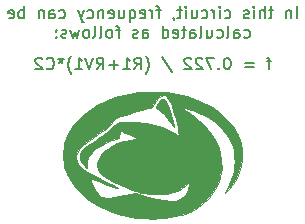
<source format=gbr>
%TF.GenerationSoftware,KiCad,Pcbnew,(5.1.9)-1*%
%TF.CreationDate,2021-08-17T19:58:34-04:00*%
%TF.ProjectId,555-Timer-Soldering-Demo,3535352d-5469-46d6-9572-2d536f6c6465,rev?*%
%TF.SameCoordinates,Original*%
%TF.FileFunction,Legend,Bot*%
%TF.FilePolarity,Positive*%
%FSLAX46Y46*%
G04 Gerber Fmt 4.6, Leading zero omitted, Abs format (unit mm)*
G04 Created by KiCad (PCBNEW (5.1.9)-1) date 2021-08-17 19:58:34*
%MOMM*%
%LPD*%
G01*
G04 APERTURE LIST*
%ADD10C,0.150000*%
%ADD11C,0.010000*%
G04 APERTURE END LIST*
D10*
X146773809Y-58785714D02*
X146392857Y-58785714D01*
X146630952Y-59452380D02*
X146630952Y-58595238D01*
X146583333Y-58500000D01*
X146488095Y-58452380D01*
X146392857Y-58452380D01*
X145297619Y-58928571D02*
X144535714Y-58928571D01*
X144535714Y-59214285D02*
X145297619Y-59214285D01*
X143107142Y-58452380D02*
X143011904Y-58452380D01*
X142916666Y-58500000D01*
X142869047Y-58547619D01*
X142821428Y-58642857D01*
X142773809Y-58833333D01*
X142773809Y-59071428D01*
X142821428Y-59261904D01*
X142869047Y-59357142D01*
X142916666Y-59404761D01*
X143011904Y-59452380D01*
X143107142Y-59452380D01*
X143202380Y-59404761D01*
X143250000Y-59357142D01*
X143297619Y-59261904D01*
X143345238Y-59071428D01*
X143345238Y-58833333D01*
X143297619Y-58642857D01*
X143250000Y-58547619D01*
X143202380Y-58500000D01*
X143107142Y-58452380D01*
X142345238Y-59357142D02*
X142297619Y-59404761D01*
X142345238Y-59452380D01*
X142392857Y-59404761D01*
X142345238Y-59357142D01*
X142345238Y-59452380D01*
X141964285Y-58452380D02*
X141297619Y-58452380D01*
X141726190Y-59452380D01*
X140964285Y-58547619D02*
X140916666Y-58500000D01*
X140821428Y-58452380D01*
X140583333Y-58452380D01*
X140488095Y-58500000D01*
X140440476Y-58547619D01*
X140392857Y-58642857D01*
X140392857Y-58738095D01*
X140440476Y-58880952D01*
X141011904Y-59452380D01*
X140392857Y-59452380D01*
X140011904Y-58547619D02*
X139964285Y-58500000D01*
X139869047Y-58452380D01*
X139630952Y-58452380D01*
X139535714Y-58500000D01*
X139488095Y-58547619D01*
X139440476Y-58642857D01*
X139440476Y-58738095D01*
X139488095Y-58880952D01*
X140059523Y-59452380D01*
X139440476Y-59452380D01*
X137535714Y-58404761D02*
X138392857Y-59690476D01*
X136154761Y-59833333D02*
X136202380Y-59785714D01*
X136297619Y-59642857D01*
X136345238Y-59547619D01*
X136392857Y-59404761D01*
X136440476Y-59166666D01*
X136440476Y-58976190D01*
X136392857Y-58738095D01*
X136345238Y-58595238D01*
X136297619Y-58500000D01*
X136202380Y-58357142D01*
X136154761Y-58309523D01*
X135202380Y-59452380D02*
X135535714Y-58976190D01*
X135773809Y-59452380D02*
X135773809Y-58452380D01*
X135392857Y-58452380D01*
X135297619Y-58500000D01*
X135250000Y-58547619D01*
X135202380Y-58642857D01*
X135202380Y-58785714D01*
X135250000Y-58880952D01*
X135297619Y-58928571D01*
X135392857Y-58976190D01*
X135773809Y-58976190D01*
X134250000Y-59452380D02*
X134821428Y-59452380D01*
X134535714Y-59452380D02*
X134535714Y-58452380D01*
X134630952Y-58595238D01*
X134726190Y-58690476D01*
X134821428Y-58738095D01*
X133821428Y-59071428D02*
X133059523Y-59071428D01*
X133440476Y-59452380D02*
X133440476Y-58690476D01*
X132011904Y-59452380D02*
X132345238Y-58976190D01*
X132583333Y-59452380D02*
X132583333Y-58452380D01*
X132202380Y-58452380D01*
X132107142Y-58500000D01*
X132059523Y-58547619D01*
X132011904Y-58642857D01*
X132011904Y-58785714D01*
X132059523Y-58880952D01*
X132107142Y-58928571D01*
X132202380Y-58976190D01*
X132583333Y-58976190D01*
X131726190Y-58452380D02*
X131392857Y-59452380D01*
X131059523Y-58452380D01*
X130202380Y-59452380D02*
X130773809Y-59452380D01*
X130488095Y-59452380D02*
X130488095Y-58452380D01*
X130583333Y-58595238D01*
X130678571Y-58690476D01*
X130773809Y-58738095D01*
X129869047Y-59833333D02*
X129821428Y-59785714D01*
X129726190Y-59642857D01*
X129678571Y-59547619D01*
X129630952Y-59404761D01*
X129583333Y-59166666D01*
X129583333Y-58976190D01*
X129630952Y-58738095D01*
X129678571Y-58595238D01*
X129726190Y-58500000D01*
X129821428Y-58357142D01*
X129869047Y-58309523D01*
X128964285Y-58452380D02*
X128964285Y-58690476D01*
X129202380Y-58595238D02*
X128964285Y-58690476D01*
X128726190Y-58595238D01*
X129107142Y-58880952D02*
X128964285Y-58690476D01*
X128821428Y-58880952D01*
X127773809Y-59357142D02*
X127821428Y-59404761D01*
X127964285Y-59452380D01*
X128059523Y-59452380D01*
X128202380Y-59404761D01*
X128297619Y-59309523D01*
X128345238Y-59214285D01*
X128392857Y-59023809D01*
X128392857Y-58880952D01*
X128345238Y-58690476D01*
X128297619Y-58595238D01*
X128202380Y-58500000D01*
X128059523Y-58452380D01*
X127964285Y-58452380D01*
X127821428Y-58500000D01*
X127773809Y-58547619D01*
X127392857Y-58547619D02*
X127345238Y-58500000D01*
X127250000Y-58452380D01*
X127011904Y-58452380D01*
X126916666Y-58500000D01*
X126869047Y-58547619D01*
X126821428Y-58642857D01*
X126821428Y-58738095D01*
X126869047Y-58880952D01*
X127440476Y-59452380D01*
X126821428Y-59452380D01*
X148940476Y-55127380D02*
X148940476Y-54127380D01*
X148464285Y-54460714D02*
X148464285Y-55127380D01*
X148464285Y-54555952D02*
X148416666Y-54508333D01*
X148321428Y-54460714D01*
X148178571Y-54460714D01*
X148083333Y-54508333D01*
X148035714Y-54603571D01*
X148035714Y-55127380D01*
X146940476Y-54460714D02*
X146559523Y-54460714D01*
X146797619Y-54127380D02*
X146797619Y-54984523D01*
X146750000Y-55079761D01*
X146654761Y-55127380D01*
X146559523Y-55127380D01*
X146226190Y-55127380D02*
X146226190Y-54127380D01*
X145797619Y-55127380D02*
X145797619Y-54603571D01*
X145845238Y-54508333D01*
X145940476Y-54460714D01*
X146083333Y-54460714D01*
X146178571Y-54508333D01*
X146226190Y-54555952D01*
X145321428Y-55127380D02*
X145321428Y-54460714D01*
X145321428Y-54127380D02*
X145369047Y-54175000D01*
X145321428Y-54222619D01*
X145273809Y-54175000D01*
X145321428Y-54127380D01*
X145321428Y-54222619D01*
X144892857Y-55079761D02*
X144797619Y-55127380D01*
X144607142Y-55127380D01*
X144511904Y-55079761D01*
X144464285Y-54984523D01*
X144464285Y-54936904D01*
X144511904Y-54841666D01*
X144607142Y-54794047D01*
X144750000Y-54794047D01*
X144845238Y-54746428D01*
X144892857Y-54651190D01*
X144892857Y-54603571D01*
X144845238Y-54508333D01*
X144750000Y-54460714D01*
X144607142Y-54460714D01*
X144511904Y-54508333D01*
X142845238Y-55079761D02*
X142940476Y-55127380D01*
X143130952Y-55127380D01*
X143226190Y-55079761D01*
X143273809Y-55032142D01*
X143321428Y-54936904D01*
X143321428Y-54651190D01*
X143273809Y-54555952D01*
X143226190Y-54508333D01*
X143130952Y-54460714D01*
X142940476Y-54460714D01*
X142845238Y-54508333D01*
X142416666Y-55127380D02*
X142416666Y-54460714D01*
X142416666Y-54127380D02*
X142464285Y-54175000D01*
X142416666Y-54222619D01*
X142369047Y-54175000D01*
X142416666Y-54127380D01*
X142416666Y-54222619D01*
X141940476Y-55127380D02*
X141940476Y-54460714D01*
X141940476Y-54651190D02*
X141892857Y-54555952D01*
X141845238Y-54508333D01*
X141750000Y-54460714D01*
X141654761Y-54460714D01*
X140892857Y-55079761D02*
X140988095Y-55127380D01*
X141178571Y-55127380D01*
X141273809Y-55079761D01*
X141321428Y-55032142D01*
X141369047Y-54936904D01*
X141369047Y-54651190D01*
X141321428Y-54555952D01*
X141273809Y-54508333D01*
X141178571Y-54460714D01*
X140988095Y-54460714D01*
X140892857Y-54508333D01*
X140035714Y-54460714D02*
X140035714Y-55127380D01*
X140464285Y-54460714D02*
X140464285Y-54984523D01*
X140416666Y-55079761D01*
X140321428Y-55127380D01*
X140178571Y-55127380D01*
X140083333Y-55079761D01*
X140035714Y-55032142D01*
X139559523Y-55127380D02*
X139559523Y-54460714D01*
X139559523Y-54127380D02*
X139607142Y-54175000D01*
X139559523Y-54222619D01*
X139511904Y-54175000D01*
X139559523Y-54127380D01*
X139559523Y-54222619D01*
X139226190Y-54460714D02*
X138845238Y-54460714D01*
X139083333Y-54127380D02*
X139083333Y-54984523D01*
X139035714Y-55079761D01*
X138940476Y-55127380D01*
X138845238Y-55127380D01*
X138464285Y-55079761D02*
X138464285Y-55127380D01*
X138511904Y-55222619D01*
X138559523Y-55270238D01*
X137416666Y-54460714D02*
X137035714Y-54460714D01*
X137273809Y-55127380D02*
X137273809Y-54270238D01*
X137226190Y-54175000D01*
X137130952Y-54127380D01*
X137035714Y-54127380D01*
X136702380Y-55127380D02*
X136702380Y-54460714D01*
X136702380Y-54651190D02*
X136654761Y-54555952D01*
X136607142Y-54508333D01*
X136511904Y-54460714D01*
X136416666Y-54460714D01*
X135702380Y-55079761D02*
X135797619Y-55127380D01*
X135988095Y-55127380D01*
X136083333Y-55079761D01*
X136130952Y-54984523D01*
X136130952Y-54603571D01*
X136083333Y-54508333D01*
X135988095Y-54460714D01*
X135797619Y-54460714D01*
X135702380Y-54508333D01*
X135654761Y-54603571D01*
X135654761Y-54698809D01*
X136130952Y-54794047D01*
X134797619Y-54460714D02*
X134797619Y-55460714D01*
X134797619Y-55079761D02*
X134892857Y-55127380D01*
X135083333Y-55127380D01*
X135178571Y-55079761D01*
X135226190Y-55032142D01*
X135273809Y-54936904D01*
X135273809Y-54651190D01*
X135226190Y-54555952D01*
X135178571Y-54508333D01*
X135083333Y-54460714D01*
X134892857Y-54460714D01*
X134797619Y-54508333D01*
X133892857Y-54460714D02*
X133892857Y-55127380D01*
X134321428Y-54460714D02*
X134321428Y-54984523D01*
X134273809Y-55079761D01*
X134178571Y-55127380D01*
X134035714Y-55127380D01*
X133940476Y-55079761D01*
X133892857Y-55032142D01*
X133035714Y-55079761D02*
X133130952Y-55127380D01*
X133321428Y-55127380D01*
X133416666Y-55079761D01*
X133464285Y-54984523D01*
X133464285Y-54603571D01*
X133416666Y-54508333D01*
X133321428Y-54460714D01*
X133130952Y-54460714D01*
X133035714Y-54508333D01*
X132988095Y-54603571D01*
X132988095Y-54698809D01*
X133464285Y-54794047D01*
X132559523Y-54460714D02*
X132559523Y-55127380D01*
X132559523Y-54555952D02*
X132511904Y-54508333D01*
X132416666Y-54460714D01*
X132273809Y-54460714D01*
X132178571Y-54508333D01*
X132130952Y-54603571D01*
X132130952Y-55127380D01*
X131226190Y-55079761D02*
X131321428Y-55127380D01*
X131511904Y-55127380D01*
X131607142Y-55079761D01*
X131654761Y-55032142D01*
X131702380Y-54936904D01*
X131702380Y-54651190D01*
X131654761Y-54555952D01*
X131607142Y-54508333D01*
X131511904Y-54460714D01*
X131321428Y-54460714D01*
X131226190Y-54508333D01*
X130892857Y-54460714D02*
X130654761Y-55127380D01*
X130416666Y-54460714D02*
X130654761Y-55127380D01*
X130750000Y-55365476D01*
X130797619Y-55413095D01*
X130892857Y-55460714D01*
X128845238Y-55079761D02*
X128940476Y-55127380D01*
X129130952Y-55127380D01*
X129226190Y-55079761D01*
X129273809Y-55032142D01*
X129321428Y-54936904D01*
X129321428Y-54651190D01*
X129273809Y-54555952D01*
X129226190Y-54508333D01*
X129130952Y-54460714D01*
X128940476Y-54460714D01*
X128845238Y-54508333D01*
X127988095Y-55127380D02*
X127988095Y-54603571D01*
X128035714Y-54508333D01*
X128130952Y-54460714D01*
X128321428Y-54460714D01*
X128416666Y-54508333D01*
X127988095Y-55079761D02*
X128083333Y-55127380D01*
X128321428Y-55127380D01*
X128416666Y-55079761D01*
X128464285Y-54984523D01*
X128464285Y-54889285D01*
X128416666Y-54794047D01*
X128321428Y-54746428D01*
X128083333Y-54746428D01*
X127988095Y-54698809D01*
X127511904Y-54460714D02*
X127511904Y-55127380D01*
X127511904Y-54555952D02*
X127464285Y-54508333D01*
X127369047Y-54460714D01*
X127226190Y-54460714D01*
X127130952Y-54508333D01*
X127083333Y-54603571D01*
X127083333Y-55127380D01*
X125845238Y-55127380D02*
X125845238Y-54127380D01*
X125845238Y-54508333D02*
X125750000Y-54460714D01*
X125559523Y-54460714D01*
X125464285Y-54508333D01*
X125416666Y-54555952D01*
X125369047Y-54651190D01*
X125369047Y-54936904D01*
X125416666Y-55032142D01*
X125464285Y-55079761D01*
X125559523Y-55127380D01*
X125750000Y-55127380D01*
X125845238Y-55079761D01*
X124559523Y-55079761D02*
X124654761Y-55127380D01*
X124845238Y-55127380D01*
X124940476Y-55079761D01*
X124988095Y-54984523D01*
X124988095Y-54603571D01*
X124940476Y-54508333D01*
X124845238Y-54460714D01*
X124654761Y-54460714D01*
X124559523Y-54508333D01*
X124511904Y-54603571D01*
X124511904Y-54698809D01*
X124988095Y-54794047D01*
X144488095Y-56729761D02*
X144583333Y-56777380D01*
X144773809Y-56777380D01*
X144869047Y-56729761D01*
X144916666Y-56682142D01*
X144964285Y-56586904D01*
X144964285Y-56301190D01*
X144916666Y-56205952D01*
X144869047Y-56158333D01*
X144773809Y-56110714D01*
X144583333Y-56110714D01*
X144488095Y-56158333D01*
X143630952Y-56777380D02*
X143630952Y-56253571D01*
X143678571Y-56158333D01*
X143773809Y-56110714D01*
X143964285Y-56110714D01*
X144059523Y-56158333D01*
X143630952Y-56729761D02*
X143726190Y-56777380D01*
X143964285Y-56777380D01*
X144059523Y-56729761D01*
X144107142Y-56634523D01*
X144107142Y-56539285D01*
X144059523Y-56444047D01*
X143964285Y-56396428D01*
X143726190Y-56396428D01*
X143630952Y-56348809D01*
X143011904Y-56777380D02*
X143107142Y-56729761D01*
X143154761Y-56634523D01*
X143154761Y-55777380D01*
X142202380Y-56729761D02*
X142297619Y-56777380D01*
X142488095Y-56777380D01*
X142583333Y-56729761D01*
X142630952Y-56682142D01*
X142678571Y-56586904D01*
X142678571Y-56301190D01*
X142630952Y-56205952D01*
X142583333Y-56158333D01*
X142488095Y-56110714D01*
X142297619Y-56110714D01*
X142202380Y-56158333D01*
X141345238Y-56110714D02*
X141345238Y-56777380D01*
X141773809Y-56110714D02*
X141773809Y-56634523D01*
X141726190Y-56729761D01*
X141630952Y-56777380D01*
X141488095Y-56777380D01*
X141392857Y-56729761D01*
X141345238Y-56682142D01*
X140726190Y-56777380D02*
X140821428Y-56729761D01*
X140869047Y-56634523D01*
X140869047Y-55777380D01*
X139916666Y-56777380D02*
X139916666Y-56253571D01*
X139964285Y-56158333D01*
X140059523Y-56110714D01*
X140250000Y-56110714D01*
X140345238Y-56158333D01*
X139916666Y-56729761D02*
X140011904Y-56777380D01*
X140250000Y-56777380D01*
X140345238Y-56729761D01*
X140392857Y-56634523D01*
X140392857Y-56539285D01*
X140345238Y-56444047D01*
X140250000Y-56396428D01*
X140011904Y-56396428D01*
X139916666Y-56348809D01*
X139583333Y-56110714D02*
X139202380Y-56110714D01*
X139440476Y-55777380D02*
X139440476Y-56634523D01*
X139392857Y-56729761D01*
X139297619Y-56777380D01*
X139202380Y-56777380D01*
X138488095Y-56729761D02*
X138583333Y-56777380D01*
X138773809Y-56777380D01*
X138869047Y-56729761D01*
X138916666Y-56634523D01*
X138916666Y-56253571D01*
X138869047Y-56158333D01*
X138773809Y-56110714D01*
X138583333Y-56110714D01*
X138488095Y-56158333D01*
X138440476Y-56253571D01*
X138440476Y-56348809D01*
X138916666Y-56444047D01*
X137583333Y-56777380D02*
X137583333Y-55777380D01*
X137583333Y-56729761D02*
X137678571Y-56777380D01*
X137869047Y-56777380D01*
X137964285Y-56729761D01*
X138011904Y-56682142D01*
X138059523Y-56586904D01*
X138059523Y-56301190D01*
X138011904Y-56205952D01*
X137964285Y-56158333D01*
X137869047Y-56110714D01*
X137678571Y-56110714D01*
X137583333Y-56158333D01*
X135916666Y-56777380D02*
X135916666Y-56253571D01*
X135964285Y-56158333D01*
X136059523Y-56110714D01*
X136250000Y-56110714D01*
X136345238Y-56158333D01*
X135916666Y-56729761D02*
X136011904Y-56777380D01*
X136250000Y-56777380D01*
X136345238Y-56729761D01*
X136392857Y-56634523D01*
X136392857Y-56539285D01*
X136345238Y-56444047D01*
X136250000Y-56396428D01*
X136011904Y-56396428D01*
X135916666Y-56348809D01*
X135488095Y-56729761D02*
X135392857Y-56777380D01*
X135202380Y-56777380D01*
X135107142Y-56729761D01*
X135059523Y-56634523D01*
X135059523Y-56586904D01*
X135107142Y-56491666D01*
X135202380Y-56444047D01*
X135345238Y-56444047D01*
X135440476Y-56396428D01*
X135488095Y-56301190D01*
X135488095Y-56253571D01*
X135440476Y-56158333D01*
X135345238Y-56110714D01*
X135202380Y-56110714D01*
X135107142Y-56158333D01*
X134011904Y-56110714D02*
X133630952Y-56110714D01*
X133869047Y-56777380D02*
X133869047Y-55920238D01*
X133821428Y-55825000D01*
X133726190Y-55777380D01*
X133630952Y-55777380D01*
X133154761Y-56777380D02*
X133250000Y-56729761D01*
X133297619Y-56682142D01*
X133345238Y-56586904D01*
X133345238Y-56301190D01*
X133297619Y-56205952D01*
X133250000Y-56158333D01*
X133154761Y-56110714D01*
X133011904Y-56110714D01*
X132916666Y-56158333D01*
X132869047Y-56205952D01*
X132821428Y-56301190D01*
X132821428Y-56586904D01*
X132869047Y-56682142D01*
X132916666Y-56729761D01*
X133011904Y-56777380D01*
X133154761Y-56777380D01*
X132249999Y-56777380D02*
X132345238Y-56729761D01*
X132392857Y-56634523D01*
X132392857Y-55777380D01*
X131726190Y-56777380D02*
X131821428Y-56729761D01*
X131869047Y-56634523D01*
X131869047Y-55777380D01*
X131202380Y-56777380D02*
X131297619Y-56729761D01*
X131345238Y-56682142D01*
X131392857Y-56586904D01*
X131392857Y-56301190D01*
X131345238Y-56205952D01*
X131297619Y-56158333D01*
X131202380Y-56110714D01*
X131059523Y-56110714D01*
X130964285Y-56158333D01*
X130916666Y-56205952D01*
X130869047Y-56301190D01*
X130869047Y-56586904D01*
X130916666Y-56682142D01*
X130964285Y-56729761D01*
X131059523Y-56777380D01*
X131202380Y-56777380D01*
X130535714Y-56110714D02*
X130345238Y-56777380D01*
X130154761Y-56301190D01*
X129964285Y-56777380D01*
X129773809Y-56110714D01*
X129440476Y-56729761D02*
X129345238Y-56777380D01*
X129154761Y-56777380D01*
X129059523Y-56729761D01*
X129011904Y-56634523D01*
X129011904Y-56586904D01*
X129059523Y-56491666D01*
X129154761Y-56444047D01*
X129297619Y-56444047D01*
X129392857Y-56396428D01*
X129440476Y-56301190D01*
X129440476Y-56253571D01*
X129392857Y-56158333D01*
X129297619Y-56110714D01*
X129154761Y-56110714D01*
X129059523Y-56158333D01*
X128583333Y-56682142D02*
X128535714Y-56729761D01*
X128583333Y-56777380D01*
X128630952Y-56729761D01*
X128583333Y-56682142D01*
X128583333Y-56777380D01*
X128583333Y-56158333D02*
X128535714Y-56205952D01*
X128583333Y-56253571D01*
X128630952Y-56205952D01*
X128583333Y-56158333D01*
X128583333Y-56253571D01*
D11*
%TO.C,PSU*%
G36*
X137518952Y-61981973D02*
G01*
X137407730Y-62072075D01*
X137268099Y-62234332D01*
X137115447Y-62449227D01*
X136990924Y-62651766D01*
X137010457Y-62711930D01*
X137108455Y-62796022D01*
X137173802Y-62837382D01*
X137404464Y-63007021D01*
X137669651Y-63264085D01*
X137963729Y-63602673D01*
X138218027Y-63930998D01*
X138346472Y-64099203D01*
X138449515Y-64224534D01*
X138514940Y-64292748D01*
X138532000Y-64297157D01*
X138514505Y-64126818D01*
X138466597Y-63885656D01*
X138395150Y-63597360D01*
X138307033Y-63285621D01*
X138209118Y-62974126D01*
X138108276Y-62686567D01*
X138011377Y-62446631D01*
X137969454Y-62357650D01*
X137855479Y-62143555D01*
X137765349Y-62011913D01*
X137684931Y-61950940D01*
X137600097Y-61948853D01*
X137518952Y-61981973D01*
G37*
X137518952Y-61981973D02*
X137407730Y-62072075D01*
X137268099Y-62234332D01*
X137115447Y-62449227D01*
X136990924Y-62651766D01*
X137010457Y-62711930D01*
X137108455Y-62796022D01*
X137173802Y-62837382D01*
X137404464Y-63007021D01*
X137669651Y-63264085D01*
X137963729Y-63602673D01*
X138218027Y-63930998D01*
X138346472Y-64099203D01*
X138449515Y-64224534D01*
X138514940Y-64292748D01*
X138532000Y-64297157D01*
X138514505Y-64126818D01*
X138466597Y-63885656D01*
X138395150Y-63597360D01*
X138307033Y-63285621D01*
X138209118Y-62974126D01*
X138108276Y-62686567D01*
X138011377Y-62446631D01*
X137969454Y-62357650D01*
X137855479Y-62143555D01*
X137765349Y-62011913D01*
X137684931Y-61950940D01*
X137600097Y-61948853D01*
X137518952Y-61981973D01*
G36*
X136097701Y-61349741D02*
G01*
X135666057Y-61374034D01*
X135300956Y-61411206D01*
X135230000Y-61421473D01*
X134362778Y-61592260D01*
X133542765Y-61826418D01*
X132775411Y-62120022D01*
X132066164Y-62469147D01*
X131420470Y-62869868D01*
X130843780Y-63318260D01*
X130341539Y-63810397D01*
X129919198Y-64342355D01*
X129582203Y-64910208D01*
X129336003Y-65510031D01*
X129276576Y-65710717D01*
X129205605Y-66083958D01*
X129171287Y-66513063D01*
X129173621Y-66959138D01*
X129212607Y-67383290D01*
X129276576Y-67705082D01*
X129490940Y-68309953D01*
X129798631Y-68887125D01*
X130194019Y-69431928D01*
X130671476Y-69939694D01*
X131225372Y-70405752D01*
X131850078Y-70825434D01*
X132539967Y-71194070D01*
X133289408Y-71506993D01*
X134092773Y-71759532D01*
X134197385Y-71786794D01*
X134797418Y-71914325D01*
X135452880Y-72009393D01*
X136127560Y-72068850D01*
X136785249Y-72089549D01*
X137389735Y-72068342D01*
X137414400Y-72066409D01*
X137818005Y-72024911D01*
X138238049Y-71965902D01*
X138643291Y-71894743D01*
X139002492Y-71816794D01*
X139229903Y-71754944D01*
X139877009Y-71508275D01*
X140475289Y-71185719D01*
X141015656Y-70794809D01*
X141489026Y-70343075D01*
X141886313Y-69838048D01*
X142193071Y-69298700D01*
X142357157Y-68912042D01*
X139867865Y-68912042D01*
X139835217Y-69224402D01*
X139749700Y-69627696D01*
X139586478Y-69973049D01*
X139350721Y-70253594D01*
X139047600Y-70462464D01*
X138837129Y-70550003D01*
X138681902Y-70576239D01*
X138449274Y-70583824D01*
X138161414Y-70574328D01*
X137840489Y-70549322D01*
X137508667Y-70510374D01*
X137188116Y-70459055D01*
X136995122Y-70419541D01*
X136686258Y-70344691D01*
X136342714Y-70253873D01*
X136016279Y-70161071D01*
X135852150Y-70110883D01*
X135306257Y-69937644D01*
X134370624Y-70114839D01*
X133884094Y-70204308D01*
X133484846Y-70270117D01*
X133161244Y-70311794D01*
X132901652Y-70328863D01*
X132694432Y-70320853D01*
X132527947Y-70287289D01*
X132390563Y-70227697D01*
X132270640Y-70141605D01*
X132156544Y-70028538D01*
X132152962Y-70024583D01*
X132034388Y-69865680D01*
X131900296Y-69643595D01*
X131766842Y-69390174D01*
X131650183Y-69137258D01*
X131566475Y-68916691D01*
X131539093Y-68814661D01*
X131522364Y-68707009D01*
X131543087Y-68678718D01*
X131614599Y-68709896D01*
X131711092Y-68754213D01*
X131878971Y-68823880D01*
X132101136Y-68912436D01*
X132360487Y-69013421D01*
X132639922Y-69120373D01*
X132922341Y-69226832D01*
X133190643Y-69326337D01*
X133427727Y-69412427D01*
X133616493Y-69478640D01*
X133739839Y-69518516D01*
X133778108Y-69527300D01*
X133853176Y-69512675D01*
X133831431Y-69468737D01*
X133712751Y-69395391D01*
X133497017Y-69292541D01*
X133464645Y-69278231D01*
X133164483Y-69140148D01*
X132823149Y-68972693D01*
X132457790Y-68785264D01*
X132085557Y-68587258D01*
X131723597Y-68388073D01*
X131389059Y-68197105D01*
X131099093Y-68023753D01*
X130870845Y-67877413D01*
X130749849Y-67790545D01*
X130519711Y-67554356D01*
X130360995Y-67272323D01*
X130281832Y-66966722D01*
X130290352Y-66659832D01*
X130308385Y-66580929D01*
X130406406Y-66375288D01*
X130594385Y-66136141D01*
X130867930Y-65867672D01*
X131222646Y-65574063D01*
X131654141Y-65259499D01*
X131801000Y-65159594D01*
X132143676Y-64928799D01*
X132413517Y-64743281D01*
X132622910Y-64592999D01*
X132784241Y-64467912D01*
X132909896Y-64357980D01*
X133012260Y-64253160D01*
X133103720Y-64143413D01*
X133180046Y-64041631D01*
X133384747Y-63801890D01*
X133599786Y-63639050D01*
X133653654Y-63609883D01*
X133846962Y-63522490D01*
X134106759Y-63420259D01*
X134415575Y-63308630D01*
X134755941Y-63193046D01*
X135110386Y-63078950D01*
X135461442Y-62971782D01*
X135791639Y-62876985D01*
X136083507Y-62800000D01*
X136319577Y-62746270D01*
X136482378Y-62721237D01*
X136510038Y-62720100D01*
X136593425Y-62695847D01*
X136680742Y-62612202D01*
X136788404Y-62452831D01*
X136802977Y-62428667D01*
X137011284Y-62119162D01*
X137221538Y-61878926D01*
X137425503Y-61714221D01*
X137614945Y-61631312D01*
X137781629Y-61636461D01*
X137821722Y-61653793D01*
X137939736Y-61757684D01*
X138073741Y-61944679D01*
X138214509Y-62199459D01*
X138352811Y-62506709D01*
X138386306Y-62590921D01*
X138489522Y-62884968D01*
X138596026Y-63236255D01*
X138698520Y-63615776D01*
X138789707Y-63994525D01*
X138862288Y-64343499D01*
X138908967Y-64633693D01*
X138915973Y-64696068D01*
X138952951Y-65071335D01*
X138729776Y-64934670D01*
X138134978Y-64607859D01*
X137513233Y-64343403D01*
X136835867Y-64129765D01*
X136550800Y-64057817D01*
X136258506Y-64002433D01*
X135903289Y-63956742D01*
X135510117Y-63921933D01*
X135103957Y-63899199D01*
X134709779Y-63889731D01*
X134352548Y-63894719D01*
X134057233Y-63915355D01*
X133934600Y-63932999D01*
X133805948Y-63958666D01*
X133704827Y-63990111D01*
X133614519Y-64040510D01*
X133518306Y-64123038D01*
X133399467Y-64250871D01*
X133241283Y-64437185D01*
X133139675Y-64559450D01*
X132998795Y-64697059D01*
X132777625Y-64870429D01*
X132487376Y-65071160D01*
X132276075Y-65206650D01*
X131827782Y-65492274D01*
X131462180Y-65738869D01*
X131171506Y-65953671D01*
X130947997Y-66143916D01*
X130783888Y-66316840D01*
X130671416Y-66479679D01*
X130602817Y-66639668D01*
X130571211Y-66795647D01*
X130589014Y-67013769D01*
X130674141Y-67254988D01*
X130810059Y-67485041D01*
X130980234Y-67669664D01*
X131000900Y-67686163D01*
X131166000Y-67813120D01*
X131166000Y-67536259D01*
X131200356Y-67194561D01*
X131310080Y-66888816D01*
X131505162Y-66595115D01*
X131608833Y-66476189D01*
X131988443Y-66135043D01*
X132462731Y-65829116D01*
X133030918Y-65558842D01*
X133658190Y-65335120D01*
X133816322Y-65282457D01*
X133898028Y-65237650D01*
X133924787Y-65181401D01*
X133919020Y-65100775D01*
X133921220Y-64973149D01*
X133952085Y-64831979D01*
X134000067Y-64713137D01*
X134053614Y-64652489D01*
X134064007Y-64650500D01*
X134122250Y-64671090D01*
X134254796Y-64727719D01*
X134444250Y-64812670D01*
X134673220Y-64918226D01*
X134774588Y-64965719D01*
X135444288Y-65280939D01*
X134892644Y-65396024D01*
X134286591Y-65543151D01*
X133767641Y-65715483D01*
X133323204Y-65918639D01*
X132940691Y-66158238D01*
X132654894Y-66394695D01*
X132374693Y-66703767D01*
X132176906Y-67025629D01*
X132065398Y-67349551D01*
X132044037Y-67664799D01*
X132102914Y-67926610D01*
X132229718Y-68150687D01*
X132441308Y-68376968D01*
X132740642Y-68607363D01*
X133130680Y-68843780D01*
X133614381Y-69088129D01*
X134194704Y-69342320D01*
X134467449Y-69452271D01*
X134954208Y-69636730D01*
X135375310Y-69777927D01*
X135754167Y-69881487D01*
X136114187Y-69953034D01*
X136478781Y-69998193D01*
X136835124Y-70021133D01*
X137457346Y-70024236D01*
X138000085Y-69975754D01*
X138472958Y-69872925D01*
X138885582Y-69712987D01*
X139247574Y-69493176D01*
X139533957Y-69245950D01*
X139867865Y-68912042D01*
X142357157Y-68912042D01*
X142361863Y-68900954D01*
X142475685Y-68528353D01*
X142545671Y-68136815D01*
X142577917Y-67774700D01*
X142566082Y-67135726D01*
X142455447Y-66504135D01*
X142248770Y-65884568D01*
X141948816Y-65281669D01*
X141558343Y-64700079D01*
X141080115Y-64144440D01*
X140516892Y-63619395D01*
X139871436Y-63129586D01*
X139776600Y-63065379D01*
X139588043Y-62938694D01*
X139432318Y-62832617D01*
X139327969Y-62759872D01*
X139294000Y-62734282D01*
X139310348Y-62718633D01*
X139404916Y-62728012D01*
X139558622Y-62758202D01*
X139752387Y-62804985D01*
X139967129Y-62864145D01*
X140178957Y-62929872D01*
X140836243Y-63192963D01*
X141446813Y-63529011D01*
X142002481Y-63929984D01*
X142495062Y-64387850D01*
X142916368Y-64894579D01*
X143258215Y-65442137D01*
X143512417Y-66022495D01*
X143592438Y-66279038D01*
X143644990Y-66554616D01*
X143675417Y-66895893D01*
X143683666Y-67269396D01*
X143669683Y-67641651D01*
X143633417Y-67979184D01*
X143595424Y-68174130D01*
X143476245Y-68576089D01*
X143317935Y-68995155D01*
X143138596Y-69386291D01*
X143023336Y-69597465D01*
X142937604Y-69749156D01*
X142880956Y-69863007D01*
X142865285Y-69915048D01*
X142865586Y-69915418D01*
X142905242Y-69889282D01*
X142992929Y-69802719D01*
X143111322Y-69673088D01*
X143138435Y-69642053D01*
X143546104Y-69129107D01*
X143862378Y-68630926D01*
X144093162Y-68133033D01*
X144244363Y-67620952D01*
X144321886Y-67080210D01*
X144335564Y-66707900D01*
X144316086Y-66225802D01*
X144251792Y-65801988D01*
X144133894Y-65399742D01*
X143953603Y-64982349D01*
X143894354Y-64864744D01*
X143530406Y-64269360D01*
X143078798Y-63718055D01*
X142544931Y-63214141D01*
X141934206Y-62760928D01*
X141252026Y-62361729D01*
X140503791Y-62019855D01*
X139694904Y-61738618D01*
X138830766Y-61521329D01*
X138278000Y-61421473D01*
X137931953Y-61381367D01*
X137513012Y-61354141D01*
X137049066Y-61339795D01*
X136567999Y-61338328D01*
X136097701Y-61349741D01*
G37*
X136097701Y-61349741D02*
X135666057Y-61374034D01*
X135300956Y-61411206D01*
X135230000Y-61421473D01*
X134362778Y-61592260D01*
X133542765Y-61826418D01*
X132775411Y-62120022D01*
X132066164Y-62469147D01*
X131420470Y-62869868D01*
X130843780Y-63318260D01*
X130341539Y-63810397D01*
X129919198Y-64342355D01*
X129582203Y-64910208D01*
X129336003Y-65510031D01*
X129276576Y-65710717D01*
X129205605Y-66083958D01*
X129171287Y-66513063D01*
X129173621Y-66959138D01*
X129212607Y-67383290D01*
X129276576Y-67705082D01*
X129490940Y-68309953D01*
X129798631Y-68887125D01*
X130194019Y-69431928D01*
X130671476Y-69939694D01*
X131225372Y-70405752D01*
X131850078Y-70825434D01*
X132539967Y-71194070D01*
X133289408Y-71506993D01*
X134092773Y-71759532D01*
X134197385Y-71786794D01*
X134797418Y-71914325D01*
X135452880Y-72009393D01*
X136127560Y-72068850D01*
X136785249Y-72089549D01*
X137389735Y-72068342D01*
X137414400Y-72066409D01*
X137818005Y-72024911D01*
X138238049Y-71965902D01*
X138643291Y-71894743D01*
X139002492Y-71816794D01*
X139229903Y-71754944D01*
X139877009Y-71508275D01*
X140475289Y-71185719D01*
X141015656Y-70794809D01*
X141489026Y-70343075D01*
X141886313Y-69838048D01*
X142193071Y-69298700D01*
X142357157Y-68912042D01*
X139867865Y-68912042D01*
X139835217Y-69224402D01*
X139749700Y-69627696D01*
X139586478Y-69973049D01*
X139350721Y-70253594D01*
X139047600Y-70462464D01*
X138837129Y-70550003D01*
X138681902Y-70576239D01*
X138449274Y-70583824D01*
X138161414Y-70574328D01*
X137840489Y-70549322D01*
X137508667Y-70510374D01*
X137188116Y-70459055D01*
X136995122Y-70419541D01*
X136686258Y-70344691D01*
X136342714Y-70253873D01*
X136016279Y-70161071D01*
X135852150Y-70110883D01*
X135306257Y-69937644D01*
X134370624Y-70114839D01*
X133884094Y-70204308D01*
X133484846Y-70270117D01*
X133161244Y-70311794D01*
X132901652Y-70328863D01*
X132694432Y-70320853D01*
X132527947Y-70287289D01*
X132390563Y-70227697D01*
X132270640Y-70141605D01*
X132156544Y-70028538D01*
X132152962Y-70024583D01*
X132034388Y-69865680D01*
X131900296Y-69643595D01*
X131766842Y-69390174D01*
X131650183Y-69137258D01*
X131566475Y-68916691D01*
X131539093Y-68814661D01*
X131522364Y-68707009D01*
X131543087Y-68678718D01*
X131614599Y-68709896D01*
X131711092Y-68754213D01*
X131878971Y-68823880D01*
X132101136Y-68912436D01*
X132360487Y-69013421D01*
X132639922Y-69120373D01*
X132922341Y-69226832D01*
X133190643Y-69326337D01*
X133427727Y-69412427D01*
X133616493Y-69478640D01*
X133739839Y-69518516D01*
X133778108Y-69527300D01*
X133853176Y-69512675D01*
X133831431Y-69468737D01*
X133712751Y-69395391D01*
X133497017Y-69292541D01*
X133464645Y-69278231D01*
X133164483Y-69140148D01*
X132823149Y-68972693D01*
X132457790Y-68785264D01*
X132085557Y-68587258D01*
X131723597Y-68388073D01*
X131389059Y-68197105D01*
X131099093Y-68023753D01*
X130870845Y-67877413D01*
X130749849Y-67790545D01*
X130519711Y-67554356D01*
X130360995Y-67272323D01*
X130281832Y-66966722D01*
X130290352Y-66659832D01*
X130308385Y-66580929D01*
X130406406Y-66375288D01*
X130594385Y-66136141D01*
X130867930Y-65867672D01*
X131222646Y-65574063D01*
X131654141Y-65259499D01*
X131801000Y-65159594D01*
X132143676Y-64928799D01*
X132413517Y-64743281D01*
X132622910Y-64592999D01*
X132784241Y-64467912D01*
X132909896Y-64357980D01*
X133012260Y-64253160D01*
X133103720Y-64143413D01*
X133180046Y-64041631D01*
X133384747Y-63801890D01*
X133599786Y-63639050D01*
X133653654Y-63609883D01*
X133846962Y-63522490D01*
X134106759Y-63420259D01*
X134415575Y-63308630D01*
X134755941Y-63193046D01*
X135110386Y-63078950D01*
X135461442Y-62971782D01*
X135791639Y-62876985D01*
X136083507Y-62800000D01*
X136319577Y-62746270D01*
X136482378Y-62721237D01*
X136510038Y-62720100D01*
X136593425Y-62695847D01*
X136680742Y-62612202D01*
X136788404Y-62452831D01*
X136802977Y-62428667D01*
X137011284Y-62119162D01*
X137221538Y-61878926D01*
X137425503Y-61714221D01*
X137614945Y-61631312D01*
X137781629Y-61636461D01*
X137821722Y-61653793D01*
X137939736Y-61757684D01*
X138073741Y-61944679D01*
X138214509Y-62199459D01*
X138352811Y-62506709D01*
X138386306Y-62590921D01*
X138489522Y-62884968D01*
X138596026Y-63236255D01*
X138698520Y-63615776D01*
X138789707Y-63994525D01*
X138862288Y-64343499D01*
X138908967Y-64633693D01*
X138915973Y-64696068D01*
X138952951Y-65071335D01*
X138729776Y-64934670D01*
X138134978Y-64607859D01*
X137513233Y-64343403D01*
X136835867Y-64129765D01*
X136550800Y-64057817D01*
X136258506Y-64002433D01*
X135903289Y-63956742D01*
X135510117Y-63921933D01*
X135103957Y-63899199D01*
X134709779Y-63889731D01*
X134352548Y-63894719D01*
X134057233Y-63915355D01*
X133934600Y-63932999D01*
X133805948Y-63958666D01*
X133704827Y-63990111D01*
X133614519Y-64040510D01*
X133518306Y-64123038D01*
X133399467Y-64250871D01*
X133241283Y-64437185D01*
X133139675Y-64559450D01*
X132998795Y-64697059D01*
X132777625Y-64870429D01*
X132487376Y-65071160D01*
X132276075Y-65206650D01*
X131827782Y-65492274D01*
X131462180Y-65738869D01*
X131171506Y-65953671D01*
X130947997Y-66143916D01*
X130783888Y-66316840D01*
X130671416Y-66479679D01*
X130602817Y-66639668D01*
X130571211Y-66795647D01*
X130589014Y-67013769D01*
X130674141Y-67254988D01*
X130810059Y-67485041D01*
X130980234Y-67669664D01*
X131000900Y-67686163D01*
X131166000Y-67813120D01*
X131166000Y-67536259D01*
X131200356Y-67194561D01*
X131310080Y-66888816D01*
X131505162Y-66595115D01*
X131608833Y-66476189D01*
X131988443Y-66135043D01*
X132462731Y-65829116D01*
X133030918Y-65558842D01*
X133658190Y-65335120D01*
X133816322Y-65282457D01*
X133898028Y-65237650D01*
X133924787Y-65181401D01*
X133919020Y-65100775D01*
X133921220Y-64973149D01*
X133952085Y-64831979D01*
X134000067Y-64713137D01*
X134053614Y-64652489D01*
X134064007Y-64650500D01*
X134122250Y-64671090D01*
X134254796Y-64727719D01*
X134444250Y-64812670D01*
X134673220Y-64918226D01*
X134774588Y-64965719D01*
X135444288Y-65280939D01*
X134892644Y-65396024D01*
X134286591Y-65543151D01*
X133767641Y-65715483D01*
X133323204Y-65918639D01*
X132940691Y-66158238D01*
X132654894Y-66394695D01*
X132374693Y-66703767D01*
X132176906Y-67025629D01*
X132065398Y-67349551D01*
X132044037Y-67664799D01*
X132102914Y-67926610D01*
X132229718Y-68150687D01*
X132441308Y-68376968D01*
X132740642Y-68607363D01*
X133130680Y-68843780D01*
X133614381Y-69088129D01*
X134194704Y-69342320D01*
X134467449Y-69452271D01*
X134954208Y-69636730D01*
X135375310Y-69777927D01*
X135754167Y-69881487D01*
X136114187Y-69953034D01*
X136478781Y-69998193D01*
X136835124Y-70021133D01*
X137457346Y-70024236D01*
X138000085Y-69975754D01*
X138472958Y-69872925D01*
X138885582Y-69712987D01*
X139247574Y-69493176D01*
X139533957Y-69245950D01*
X139867865Y-68912042D01*
X142357157Y-68912042D01*
X142361863Y-68900954D01*
X142475685Y-68528353D01*
X142545671Y-68136815D01*
X142577917Y-67774700D01*
X142566082Y-67135726D01*
X142455447Y-66504135D01*
X142248770Y-65884568D01*
X141948816Y-65281669D01*
X141558343Y-64700079D01*
X141080115Y-64144440D01*
X140516892Y-63619395D01*
X139871436Y-63129586D01*
X139776600Y-63065379D01*
X139588043Y-62938694D01*
X139432318Y-62832617D01*
X139327969Y-62759872D01*
X139294000Y-62734282D01*
X139310348Y-62718633D01*
X139404916Y-62728012D01*
X139558622Y-62758202D01*
X139752387Y-62804985D01*
X139967129Y-62864145D01*
X140178957Y-62929872D01*
X140836243Y-63192963D01*
X141446813Y-63529011D01*
X142002481Y-63929984D01*
X142495062Y-64387850D01*
X142916368Y-64894579D01*
X143258215Y-65442137D01*
X143512417Y-66022495D01*
X143592438Y-66279038D01*
X143644990Y-66554616D01*
X143675417Y-66895893D01*
X143683666Y-67269396D01*
X143669683Y-67641651D01*
X143633417Y-67979184D01*
X143595424Y-68174130D01*
X143476245Y-68576089D01*
X143317935Y-68995155D01*
X143138596Y-69386291D01*
X143023336Y-69597465D01*
X142937604Y-69749156D01*
X142880956Y-69863007D01*
X142865285Y-69915048D01*
X142865586Y-69915418D01*
X142905242Y-69889282D01*
X142992929Y-69802719D01*
X143111322Y-69673088D01*
X143138435Y-69642053D01*
X143546104Y-69129107D01*
X143862378Y-68630926D01*
X144093162Y-68133033D01*
X144244363Y-67620952D01*
X144321886Y-67080210D01*
X144335564Y-66707900D01*
X144316086Y-66225802D01*
X144251792Y-65801988D01*
X144133894Y-65399742D01*
X143953603Y-64982349D01*
X143894354Y-64864744D01*
X143530406Y-64269360D01*
X143078798Y-63718055D01*
X142544931Y-63214141D01*
X141934206Y-62760928D01*
X141252026Y-62361729D01*
X140503791Y-62019855D01*
X139694904Y-61738618D01*
X138830766Y-61521329D01*
X138278000Y-61421473D01*
X137931953Y-61381367D01*
X137513012Y-61354141D01*
X137049066Y-61339795D01*
X136567999Y-61338328D01*
X136097701Y-61349741D01*
%TD*%
M02*

</source>
